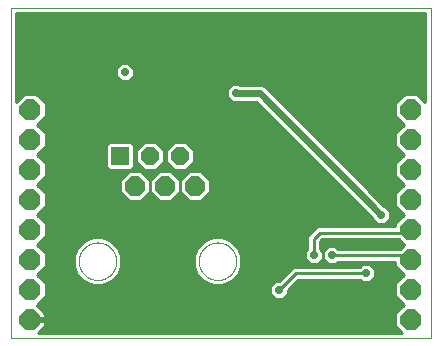
<source format=gbl>
G75*
%MOIN*%
%OFA0B0*%
%FSLAX25Y25*%
%IPPOS*%
%LPD*%
%AMOC8*
5,1,8,0,0,1.08239X$1,22.5*
%
%ADD10C,0.00000*%
%ADD11OC8,0.07000*%
%ADD12R,0.06000X0.06000*%
%ADD13OC8,0.06600*%
%ADD14OC8,0.06000*%
%ADD15C,0.01000*%
%ADD16OC8,0.02600*%
%ADD17C,0.02400*%
D10*
X0001500Y0005000D02*
X0001500Y0115000D01*
X0141500Y0115000D01*
X0141500Y0005000D01*
X0001500Y0005000D01*
X0024250Y0030500D02*
X0024252Y0030658D01*
X0024258Y0030815D01*
X0024268Y0030973D01*
X0024282Y0031130D01*
X0024300Y0031286D01*
X0024321Y0031443D01*
X0024347Y0031598D01*
X0024377Y0031753D01*
X0024410Y0031907D01*
X0024448Y0032060D01*
X0024489Y0032213D01*
X0024534Y0032364D01*
X0024583Y0032514D01*
X0024636Y0032662D01*
X0024692Y0032810D01*
X0024753Y0032955D01*
X0024816Y0033100D01*
X0024884Y0033242D01*
X0024955Y0033383D01*
X0025029Y0033522D01*
X0025107Y0033659D01*
X0025189Y0033794D01*
X0025273Y0033927D01*
X0025362Y0034058D01*
X0025453Y0034186D01*
X0025548Y0034313D01*
X0025645Y0034436D01*
X0025746Y0034558D01*
X0025850Y0034676D01*
X0025957Y0034792D01*
X0026067Y0034905D01*
X0026179Y0035016D01*
X0026295Y0035123D01*
X0026413Y0035228D01*
X0026533Y0035330D01*
X0026656Y0035428D01*
X0026782Y0035524D01*
X0026910Y0035616D01*
X0027040Y0035705D01*
X0027172Y0035791D01*
X0027307Y0035873D01*
X0027444Y0035952D01*
X0027582Y0036027D01*
X0027722Y0036099D01*
X0027865Y0036167D01*
X0028008Y0036232D01*
X0028154Y0036293D01*
X0028301Y0036350D01*
X0028449Y0036404D01*
X0028599Y0036454D01*
X0028749Y0036500D01*
X0028901Y0036542D01*
X0029054Y0036581D01*
X0029208Y0036615D01*
X0029363Y0036646D01*
X0029518Y0036672D01*
X0029674Y0036695D01*
X0029831Y0036714D01*
X0029988Y0036729D01*
X0030145Y0036740D01*
X0030303Y0036747D01*
X0030461Y0036750D01*
X0030618Y0036749D01*
X0030776Y0036744D01*
X0030933Y0036735D01*
X0031091Y0036722D01*
X0031247Y0036705D01*
X0031404Y0036684D01*
X0031559Y0036660D01*
X0031714Y0036631D01*
X0031869Y0036598D01*
X0032022Y0036562D01*
X0032175Y0036521D01*
X0032326Y0036477D01*
X0032476Y0036429D01*
X0032625Y0036378D01*
X0032773Y0036322D01*
X0032919Y0036263D01*
X0033064Y0036200D01*
X0033207Y0036133D01*
X0033348Y0036063D01*
X0033487Y0035990D01*
X0033625Y0035913D01*
X0033761Y0035832D01*
X0033894Y0035748D01*
X0034025Y0035661D01*
X0034154Y0035570D01*
X0034281Y0035476D01*
X0034406Y0035379D01*
X0034527Y0035279D01*
X0034647Y0035176D01*
X0034763Y0035070D01*
X0034877Y0034961D01*
X0034989Y0034849D01*
X0035097Y0034735D01*
X0035202Y0034617D01*
X0035305Y0034497D01*
X0035404Y0034375D01*
X0035500Y0034250D01*
X0035593Y0034122D01*
X0035683Y0033993D01*
X0035769Y0033861D01*
X0035853Y0033727D01*
X0035932Y0033591D01*
X0036009Y0033453D01*
X0036081Y0033313D01*
X0036150Y0033171D01*
X0036216Y0033028D01*
X0036278Y0032883D01*
X0036336Y0032736D01*
X0036391Y0032588D01*
X0036442Y0032439D01*
X0036489Y0032288D01*
X0036532Y0032137D01*
X0036571Y0031984D01*
X0036607Y0031830D01*
X0036638Y0031676D01*
X0036666Y0031521D01*
X0036690Y0031365D01*
X0036710Y0031208D01*
X0036726Y0031051D01*
X0036738Y0030894D01*
X0036746Y0030737D01*
X0036750Y0030579D01*
X0036750Y0030421D01*
X0036746Y0030263D01*
X0036738Y0030106D01*
X0036726Y0029949D01*
X0036710Y0029792D01*
X0036690Y0029635D01*
X0036666Y0029479D01*
X0036638Y0029324D01*
X0036607Y0029170D01*
X0036571Y0029016D01*
X0036532Y0028863D01*
X0036489Y0028712D01*
X0036442Y0028561D01*
X0036391Y0028412D01*
X0036336Y0028264D01*
X0036278Y0028117D01*
X0036216Y0027972D01*
X0036150Y0027829D01*
X0036081Y0027687D01*
X0036009Y0027547D01*
X0035932Y0027409D01*
X0035853Y0027273D01*
X0035769Y0027139D01*
X0035683Y0027007D01*
X0035593Y0026878D01*
X0035500Y0026750D01*
X0035404Y0026625D01*
X0035305Y0026503D01*
X0035202Y0026383D01*
X0035097Y0026265D01*
X0034989Y0026151D01*
X0034877Y0026039D01*
X0034763Y0025930D01*
X0034647Y0025824D01*
X0034527Y0025721D01*
X0034406Y0025621D01*
X0034281Y0025524D01*
X0034154Y0025430D01*
X0034025Y0025339D01*
X0033894Y0025252D01*
X0033761Y0025168D01*
X0033625Y0025087D01*
X0033487Y0025010D01*
X0033348Y0024937D01*
X0033207Y0024867D01*
X0033064Y0024800D01*
X0032919Y0024737D01*
X0032773Y0024678D01*
X0032625Y0024622D01*
X0032476Y0024571D01*
X0032326Y0024523D01*
X0032175Y0024479D01*
X0032022Y0024438D01*
X0031869Y0024402D01*
X0031714Y0024369D01*
X0031559Y0024340D01*
X0031404Y0024316D01*
X0031247Y0024295D01*
X0031091Y0024278D01*
X0030933Y0024265D01*
X0030776Y0024256D01*
X0030618Y0024251D01*
X0030461Y0024250D01*
X0030303Y0024253D01*
X0030145Y0024260D01*
X0029988Y0024271D01*
X0029831Y0024286D01*
X0029674Y0024305D01*
X0029518Y0024328D01*
X0029363Y0024354D01*
X0029208Y0024385D01*
X0029054Y0024419D01*
X0028901Y0024458D01*
X0028749Y0024500D01*
X0028599Y0024546D01*
X0028449Y0024596D01*
X0028301Y0024650D01*
X0028154Y0024707D01*
X0028008Y0024768D01*
X0027865Y0024833D01*
X0027722Y0024901D01*
X0027582Y0024973D01*
X0027444Y0025048D01*
X0027307Y0025127D01*
X0027172Y0025209D01*
X0027040Y0025295D01*
X0026910Y0025384D01*
X0026782Y0025476D01*
X0026656Y0025572D01*
X0026533Y0025670D01*
X0026413Y0025772D01*
X0026295Y0025877D01*
X0026179Y0025984D01*
X0026067Y0026095D01*
X0025957Y0026208D01*
X0025850Y0026324D01*
X0025746Y0026442D01*
X0025645Y0026564D01*
X0025548Y0026687D01*
X0025453Y0026814D01*
X0025362Y0026942D01*
X0025273Y0027073D01*
X0025189Y0027206D01*
X0025107Y0027341D01*
X0025029Y0027478D01*
X0024955Y0027617D01*
X0024884Y0027758D01*
X0024816Y0027900D01*
X0024753Y0028045D01*
X0024692Y0028190D01*
X0024636Y0028338D01*
X0024583Y0028486D01*
X0024534Y0028636D01*
X0024489Y0028787D01*
X0024448Y0028940D01*
X0024410Y0029093D01*
X0024377Y0029247D01*
X0024347Y0029402D01*
X0024321Y0029557D01*
X0024300Y0029714D01*
X0024282Y0029870D01*
X0024268Y0030027D01*
X0024258Y0030185D01*
X0024252Y0030342D01*
X0024250Y0030500D01*
X0064250Y0030500D02*
X0064252Y0030658D01*
X0064258Y0030815D01*
X0064268Y0030973D01*
X0064282Y0031130D01*
X0064300Y0031286D01*
X0064321Y0031443D01*
X0064347Y0031598D01*
X0064377Y0031753D01*
X0064410Y0031907D01*
X0064448Y0032060D01*
X0064489Y0032213D01*
X0064534Y0032364D01*
X0064583Y0032514D01*
X0064636Y0032662D01*
X0064692Y0032810D01*
X0064753Y0032955D01*
X0064816Y0033100D01*
X0064884Y0033242D01*
X0064955Y0033383D01*
X0065029Y0033522D01*
X0065107Y0033659D01*
X0065189Y0033794D01*
X0065273Y0033927D01*
X0065362Y0034058D01*
X0065453Y0034186D01*
X0065548Y0034313D01*
X0065645Y0034436D01*
X0065746Y0034558D01*
X0065850Y0034676D01*
X0065957Y0034792D01*
X0066067Y0034905D01*
X0066179Y0035016D01*
X0066295Y0035123D01*
X0066413Y0035228D01*
X0066533Y0035330D01*
X0066656Y0035428D01*
X0066782Y0035524D01*
X0066910Y0035616D01*
X0067040Y0035705D01*
X0067172Y0035791D01*
X0067307Y0035873D01*
X0067444Y0035952D01*
X0067582Y0036027D01*
X0067722Y0036099D01*
X0067865Y0036167D01*
X0068008Y0036232D01*
X0068154Y0036293D01*
X0068301Y0036350D01*
X0068449Y0036404D01*
X0068599Y0036454D01*
X0068749Y0036500D01*
X0068901Y0036542D01*
X0069054Y0036581D01*
X0069208Y0036615D01*
X0069363Y0036646D01*
X0069518Y0036672D01*
X0069674Y0036695D01*
X0069831Y0036714D01*
X0069988Y0036729D01*
X0070145Y0036740D01*
X0070303Y0036747D01*
X0070461Y0036750D01*
X0070618Y0036749D01*
X0070776Y0036744D01*
X0070933Y0036735D01*
X0071091Y0036722D01*
X0071247Y0036705D01*
X0071404Y0036684D01*
X0071559Y0036660D01*
X0071714Y0036631D01*
X0071869Y0036598D01*
X0072022Y0036562D01*
X0072175Y0036521D01*
X0072326Y0036477D01*
X0072476Y0036429D01*
X0072625Y0036378D01*
X0072773Y0036322D01*
X0072919Y0036263D01*
X0073064Y0036200D01*
X0073207Y0036133D01*
X0073348Y0036063D01*
X0073487Y0035990D01*
X0073625Y0035913D01*
X0073761Y0035832D01*
X0073894Y0035748D01*
X0074025Y0035661D01*
X0074154Y0035570D01*
X0074281Y0035476D01*
X0074406Y0035379D01*
X0074527Y0035279D01*
X0074647Y0035176D01*
X0074763Y0035070D01*
X0074877Y0034961D01*
X0074989Y0034849D01*
X0075097Y0034735D01*
X0075202Y0034617D01*
X0075305Y0034497D01*
X0075404Y0034375D01*
X0075500Y0034250D01*
X0075593Y0034122D01*
X0075683Y0033993D01*
X0075769Y0033861D01*
X0075853Y0033727D01*
X0075932Y0033591D01*
X0076009Y0033453D01*
X0076081Y0033313D01*
X0076150Y0033171D01*
X0076216Y0033028D01*
X0076278Y0032883D01*
X0076336Y0032736D01*
X0076391Y0032588D01*
X0076442Y0032439D01*
X0076489Y0032288D01*
X0076532Y0032137D01*
X0076571Y0031984D01*
X0076607Y0031830D01*
X0076638Y0031676D01*
X0076666Y0031521D01*
X0076690Y0031365D01*
X0076710Y0031208D01*
X0076726Y0031051D01*
X0076738Y0030894D01*
X0076746Y0030737D01*
X0076750Y0030579D01*
X0076750Y0030421D01*
X0076746Y0030263D01*
X0076738Y0030106D01*
X0076726Y0029949D01*
X0076710Y0029792D01*
X0076690Y0029635D01*
X0076666Y0029479D01*
X0076638Y0029324D01*
X0076607Y0029170D01*
X0076571Y0029016D01*
X0076532Y0028863D01*
X0076489Y0028712D01*
X0076442Y0028561D01*
X0076391Y0028412D01*
X0076336Y0028264D01*
X0076278Y0028117D01*
X0076216Y0027972D01*
X0076150Y0027829D01*
X0076081Y0027687D01*
X0076009Y0027547D01*
X0075932Y0027409D01*
X0075853Y0027273D01*
X0075769Y0027139D01*
X0075683Y0027007D01*
X0075593Y0026878D01*
X0075500Y0026750D01*
X0075404Y0026625D01*
X0075305Y0026503D01*
X0075202Y0026383D01*
X0075097Y0026265D01*
X0074989Y0026151D01*
X0074877Y0026039D01*
X0074763Y0025930D01*
X0074647Y0025824D01*
X0074527Y0025721D01*
X0074406Y0025621D01*
X0074281Y0025524D01*
X0074154Y0025430D01*
X0074025Y0025339D01*
X0073894Y0025252D01*
X0073761Y0025168D01*
X0073625Y0025087D01*
X0073487Y0025010D01*
X0073348Y0024937D01*
X0073207Y0024867D01*
X0073064Y0024800D01*
X0072919Y0024737D01*
X0072773Y0024678D01*
X0072625Y0024622D01*
X0072476Y0024571D01*
X0072326Y0024523D01*
X0072175Y0024479D01*
X0072022Y0024438D01*
X0071869Y0024402D01*
X0071714Y0024369D01*
X0071559Y0024340D01*
X0071404Y0024316D01*
X0071247Y0024295D01*
X0071091Y0024278D01*
X0070933Y0024265D01*
X0070776Y0024256D01*
X0070618Y0024251D01*
X0070461Y0024250D01*
X0070303Y0024253D01*
X0070145Y0024260D01*
X0069988Y0024271D01*
X0069831Y0024286D01*
X0069674Y0024305D01*
X0069518Y0024328D01*
X0069363Y0024354D01*
X0069208Y0024385D01*
X0069054Y0024419D01*
X0068901Y0024458D01*
X0068749Y0024500D01*
X0068599Y0024546D01*
X0068449Y0024596D01*
X0068301Y0024650D01*
X0068154Y0024707D01*
X0068008Y0024768D01*
X0067865Y0024833D01*
X0067722Y0024901D01*
X0067582Y0024973D01*
X0067444Y0025048D01*
X0067307Y0025127D01*
X0067172Y0025209D01*
X0067040Y0025295D01*
X0066910Y0025384D01*
X0066782Y0025476D01*
X0066656Y0025572D01*
X0066533Y0025670D01*
X0066413Y0025772D01*
X0066295Y0025877D01*
X0066179Y0025984D01*
X0066067Y0026095D01*
X0065957Y0026208D01*
X0065850Y0026324D01*
X0065746Y0026442D01*
X0065645Y0026564D01*
X0065548Y0026687D01*
X0065453Y0026814D01*
X0065362Y0026942D01*
X0065273Y0027073D01*
X0065189Y0027206D01*
X0065107Y0027341D01*
X0065029Y0027478D01*
X0064955Y0027617D01*
X0064884Y0027758D01*
X0064816Y0027900D01*
X0064753Y0028045D01*
X0064692Y0028190D01*
X0064636Y0028338D01*
X0064583Y0028486D01*
X0064534Y0028636D01*
X0064489Y0028787D01*
X0064448Y0028940D01*
X0064410Y0029093D01*
X0064377Y0029247D01*
X0064347Y0029402D01*
X0064321Y0029557D01*
X0064300Y0029714D01*
X0064282Y0029870D01*
X0064268Y0030027D01*
X0064258Y0030185D01*
X0064252Y0030342D01*
X0064250Y0030500D01*
D11*
X0008000Y0031000D03*
X0008000Y0041000D03*
X0008000Y0051000D03*
X0008000Y0061000D03*
X0008000Y0071000D03*
X0008000Y0081000D03*
X0008000Y0021000D03*
X0008000Y0011000D03*
X0135000Y0011000D03*
X0135000Y0021000D03*
X0135000Y0031000D03*
X0135000Y0041000D03*
X0135000Y0051000D03*
X0135000Y0061000D03*
X0135000Y0071000D03*
X0135000Y0081000D03*
D12*
X0038000Y0065500D03*
D13*
X0043000Y0055500D03*
X0053000Y0055500D03*
X0063000Y0055500D03*
D14*
X0058000Y0065500D03*
X0048000Y0065500D03*
D15*
X0051242Y0068905D02*
X0054758Y0068905D01*
X0055756Y0069903D02*
X0050244Y0069903D01*
X0049947Y0070200D02*
X0046053Y0070200D01*
X0043300Y0067447D01*
X0043300Y0063553D01*
X0046053Y0060800D01*
X0049947Y0060800D01*
X0052700Y0063553D01*
X0052700Y0067447D01*
X0049947Y0070200D01*
X0052241Y0067906D02*
X0053759Y0067906D01*
X0053300Y0067447D02*
X0053300Y0063553D01*
X0056053Y0060800D01*
X0059947Y0060800D01*
X0062700Y0063553D01*
X0062700Y0067447D01*
X0059947Y0070200D01*
X0056053Y0070200D01*
X0053300Y0067447D01*
X0053300Y0066908D02*
X0052700Y0066908D01*
X0052700Y0065909D02*
X0053300Y0065909D01*
X0053300Y0064911D02*
X0052700Y0064911D01*
X0052700Y0063912D02*
X0053300Y0063912D01*
X0053940Y0062914D02*
X0052060Y0062914D01*
X0051062Y0061915D02*
X0054938Y0061915D01*
X0055937Y0060917D02*
X0050063Y0060917D01*
X0050929Y0060500D02*
X0048000Y0057571D01*
X0048000Y0053429D01*
X0050929Y0050500D01*
X0055071Y0050500D01*
X0058000Y0053429D01*
X0060929Y0050500D01*
X0065071Y0050500D01*
X0068000Y0053429D01*
X0068000Y0057571D01*
X0065071Y0060500D01*
X0060929Y0060500D01*
X0058000Y0057571D01*
X0058000Y0053429D01*
X0058000Y0057571D01*
X0055071Y0060500D01*
X0050929Y0060500D01*
X0050347Y0059918D02*
X0045653Y0059918D01*
X0045071Y0060500D02*
X0040929Y0060500D01*
X0038000Y0057571D01*
X0038000Y0053429D01*
X0040929Y0050500D01*
X0045071Y0050500D01*
X0048000Y0053429D01*
X0048000Y0057571D01*
X0045071Y0060500D01*
X0045937Y0060917D02*
X0041821Y0060917D01*
X0041704Y0060800D02*
X0042700Y0061796D01*
X0042700Y0069204D01*
X0041704Y0070200D01*
X0034296Y0070200D01*
X0033300Y0069204D01*
X0033300Y0061796D01*
X0034296Y0060800D01*
X0041704Y0060800D01*
X0042700Y0061915D02*
X0044938Y0061915D01*
X0043940Y0062914D02*
X0042700Y0062914D01*
X0042700Y0063912D02*
X0043300Y0063912D01*
X0043300Y0064911D02*
X0042700Y0064911D01*
X0042700Y0065909D02*
X0043300Y0065909D01*
X0043300Y0066908D02*
X0042700Y0066908D01*
X0042700Y0067906D02*
X0043759Y0067906D01*
X0044758Y0068905D02*
X0042700Y0068905D01*
X0042001Y0069903D02*
X0045756Y0069903D01*
X0040347Y0059918D02*
X0013200Y0059918D01*
X0013200Y0058920D02*
X0039349Y0058920D01*
X0038350Y0057921D02*
X0012275Y0057921D01*
X0013200Y0058846D02*
X0010354Y0056000D01*
X0013200Y0053154D01*
X0013200Y0048846D01*
X0010354Y0046000D01*
X0013200Y0043154D01*
X0013200Y0038846D01*
X0010354Y0036000D01*
X0013200Y0033154D01*
X0013200Y0028846D01*
X0010354Y0026000D01*
X0013200Y0023154D01*
X0013200Y0018846D01*
X0010212Y0015859D01*
X0013000Y0013071D01*
X0013000Y0011500D01*
X0008500Y0011500D01*
X0008500Y0010500D01*
X0013000Y0010500D01*
X0013000Y0008929D01*
X0010771Y0006700D01*
X0131946Y0006700D01*
X0129800Y0008846D01*
X0129800Y0013154D01*
X0132646Y0016000D01*
X0129800Y0018846D01*
X0129800Y0023154D01*
X0132646Y0026000D01*
X0129800Y0028846D01*
X0129800Y0030300D01*
X0110543Y0030300D01*
X0109743Y0029500D01*
X0107257Y0029500D01*
X0105500Y0031257D01*
X0103743Y0029500D01*
X0101257Y0029500D01*
X0099500Y0031257D01*
X0099500Y0033743D01*
X0100300Y0034543D01*
X0100300Y0038911D01*
X0102300Y0040911D01*
X0103589Y0042200D01*
X0129800Y0042200D01*
X0129800Y0043154D01*
X0132646Y0046000D01*
X0129800Y0048846D01*
X0129800Y0053154D01*
X0132646Y0056000D01*
X0129800Y0058846D01*
X0129800Y0063154D01*
X0132646Y0066000D01*
X0129800Y0068846D01*
X0129800Y0073154D01*
X0132646Y0076000D01*
X0129800Y0078846D01*
X0129800Y0083154D01*
X0132846Y0086200D01*
X0137154Y0086200D01*
X0139800Y0083554D01*
X0139800Y0113300D01*
X0003200Y0113300D01*
X0003200Y0083554D01*
X0005846Y0086200D01*
X0010154Y0086200D01*
X0013200Y0083154D01*
X0013200Y0078846D01*
X0010354Y0076000D01*
X0013200Y0073154D01*
X0013200Y0068846D01*
X0010354Y0066000D01*
X0013200Y0063154D01*
X0013200Y0058846D01*
X0013200Y0060917D02*
X0034179Y0060917D01*
X0033300Y0061915D02*
X0013200Y0061915D01*
X0013200Y0062914D02*
X0033300Y0062914D01*
X0033300Y0063912D02*
X0012442Y0063912D01*
X0011443Y0064911D02*
X0033300Y0064911D01*
X0033300Y0065909D02*
X0010445Y0065909D01*
X0011262Y0066908D02*
X0033300Y0066908D01*
X0033300Y0067906D02*
X0012260Y0067906D01*
X0013200Y0068905D02*
X0033300Y0068905D01*
X0033999Y0069903D02*
X0013200Y0069903D01*
X0013200Y0070902D02*
X0095997Y0070902D01*
X0094999Y0071900D02*
X0013200Y0071900D01*
X0013200Y0072899D02*
X0094000Y0072899D01*
X0093001Y0073897D02*
X0012457Y0073897D01*
X0011458Y0074896D02*
X0092003Y0074896D01*
X0091004Y0075894D02*
X0010460Y0075894D01*
X0011247Y0076893D02*
X0090006Y0076893D01*
X0089007Y0077891D02*
X0012245Y0077891D01*
X0013200Y0078890D02*
X0088009Y0078890D01*
X0087010Y0079888D02*
X0013200Y0079888D01*
X0013200Y0080887D02*
X0086012Y0080887D01*
X0085013Y0081885D02*
X0013200Y0081885D01*
X0013200Y0082884D02*
X0084015Y0082884D01*
X0083299Y0083600D02*
X0122000Y0044899D01*
X0122000Y0044757D01*
X0123757Y0043000D01*
X0126243Y0043000D01*
X0128000Y0044757D01*
X0128000Y0047243D01*
X0126243Y0049000D01*
X0126101Y0049000D01*
X0086958Y0088143D01*
X0086143Y0088958D01*
X0085077Y0089400D01*
X0077843Y0089400D01*
X0077743Y0089500D01*
X0075257Y0089500D01*
X0073500Y0087743D01*
X0073500Y0085257D01*
X0075257Y0083500D01*
X0077743Y0083500D01*
X0077843Y0083600D01*
X0083299Y0083600D01*
X0087225Y0087876D02*
X0139800Y0087876D01*
X0139800Y0086878D02*
X0088223Y0086878D01*
X0089222Y0085879D02*
X0132526Y0085879D01*
X0131527Y0084881D02*
X0090220Y0084881D01*
X0091219Y0083882D02*
X0130528Y0083882D01*
X0129800Y0082884D02*
X0092217Y0082884D01*
X0093216Y0081885D02*
X0129800Y0081885D01*
X0129800Y0080887D02*
X0094214Y0080887D01*
X0095213Y0079888D02*
X0129800Y0079888D01*
X0129800Y0078890D02*
X0096211Y0078890D01*
X0097210Y0077891D02*
X0130755Y0077891D01*
X0131753Y0076893D02*
X0098208Y0076893D01*
X0099207Y0075894D02*
X0132540Y0075894D01*
X0131542Y0074896D02*
X0100205Y0074896D01*
X0101204Y0073897D02*
X0130543Y0073897D01*
X0129800Y0072899D02*
X0102202Y0072899D01*
X0103201Y0071900D02*
X0129800Y0071900D01*
X0129800Y0070902D02*
X0104199Y0070902D01*
X0105198Y0069903D02*
X0129800Y0069903D01*
X0129800Y0068905D02*
X0106196Y0068905D01*
X0107195Y0067906D02*
X0130740Y0067906D01*
X0131738Y0066908D02*
X0108194Y0066908D01*
X0109192Y0065909D02*
X0132555Y0065909D01*
X0131557Y0064911D02*
X0110191Y0064911D01*
X0111189Y0063912D02*
X0130558Y0063912D01*
X0129800Y0062914D02*
X0112188Y0062914D01*
X0113186Y0061915D02*
X0129800Y0061915D01*
X0129800Y0060917D02*
X0114185Y0060917D01*
X0115183Y0059918D02*
X0129800Y0059918D01*
X0129800Y0058920D02*
X0116182Y0058920D01*
X0117180Y0057921D02*
X0130725Y0057921D01*
X0131723Y0056923D02*
X0118179Y0056923D01*
X0119177Y0055924D02*
X0132570Y0055924D01*
X0131572Y0054926D02*
X0120176Y0054926D01*
X0121174Y0053927D02*
X0130573Y0053927D01*
X0129800Y0052929D02*
X0122173Y0052929D01*
X0123171Y0051930D02*
X0129800Y0051930D01*
X0129800Y0050932D02*
X0124170Y0050932D01*
X0125168Y0049933D02*
X0129800Y0049933D01*
X0129800Y0048934D02*
X0126308Y0048934D01*
X0127307Y0047936D02*
X0130710Y0047936D01*
X0131709Y0046937D02*
X0128000Y0046937D01*
X0128000Y0045939D02*
X0132585Y0045939D01*
X0131587Y0044940D02*
X0128000Y0044940D01*
X0127185Y0043942D02*
X0130588Y0043942D01*
X0129800Y0042943D02*
X0013200Y0042943D01*
X0013200Y0041945D02*
X0103334Y0041945D01*
X0102335Y0040946D02*
X0013200Y0040946D01*
X0013200Y0039948D02*
X0101337Y0039948D01*
X0100338Y0038949D02*
X0013200Y0038949D01*
X0012305Y0037951D02*
X0027714Y0037951D01*
X0028919Y0038450D02*
X0025997Y0037240D01*
X0023760Y0035003D01*
X0022550Y0032081D01*
X0022550Y0028919D01*
X0023760Y0025997D01*
X0025997Y0023760D01*
X0028919Y0022550D01*
X0032081Y0022550D01*
X0035003Y0023760D01*
X0037240Y0025997D01*
X0038450Y0028919D01*
X0038450Y0032081D01*
X0037240Y0035003D01*
X0035003Y0037240D01*
X0032081Y0038450D01*
X0028919Y0038450D01*
X0025709Y0036952D02*
X0011306Y0036952D01*
X0010400Y0035954D02*
X0024711Y0035954D01*
X0023740Y0034955D02*
X0011399Y0034955D01*
X0012397Y0033957D02*
X0023327Y0033957D01*
X0022913Y0032958D02*
X0013200Y0032958D01*
X0013200Y0031960D02*
X0022550Y0031960D01*
X0022550Y0030961D02*
X0013200Y0030961D01*
X0013200Y0029963D02*
X0022550Y0029963D01*
X0022550Y0028964D02*
X0013200Y0028964D01*
X0012320Y0027966D02*
X0022945Y0027966D01*
X0023358Y0026967D02*
X0011321Y0026967D01*
X0010385Y0025969D02*
X0023788Y0025969D01*
X0024787Y0024970D02*
X0011384Y0024970D01*
X0012382Y0023972D02*
X0025785Y0023972D01*
X0027897Y0022973D02*
X0013200Y0022973D01*
X0013200Y0021975D02*
X0088000Y0021975D01*
X0088000Y0022243D02*
X0088000Y0019757D01*
X0089757Y0018000D01*
X0092243Y0018000D01*
X0094000Y0019757D01*
X0094000Y0020889D01*
X0097411Y0024300D01*
X0117957Y0024300D01*
X0118757Y0023500D01*
X0121243Y0023500D01*
X0123000Y0025257D01*
X0123000Y0027743D01*
X0121243Y0029500D01*
X0118757Y0029500D01*
X0117957Y0028700D01*
X0095589Y0028700D01*
X0090889Y0024000D01*
X0089757Y0024000D01*
X0088000Y0022243D01*
X0088731Y0022973D02*
X0073103Y0022973D01*
X0072081Y0022550D02*
X0075003Y0023760D01*
X0077240Y0025997D01*
X0078450Y0028919D01*
X0078450Y0032081D01*
X0077240Y0035003D01*
X0075003Y0037240D01*
X0072081Y0038450D01*
X0068919Y0038450D01*
X0065997Y0037240D01*
X0063760Y0035003D01*
X0062550Y0032081D01*
X0062550Y0028919D01*
X0063760Y0025997D01*
X0065997Y0023760D01*
X0068919Y0022550D01*
X0072081Y0022550D01*
X0075215Y0023972D02*
X0089729Y0023972D01*
X0091859Y0024970D02*
X0076213Y0024970D01*
X0077212Y0025969D02*
X0092857Y0025969D01*
X0093856Y0026967D02*
X0077642Y0026967D01*
X0078055Y0027966D02*
X0094854Y0027966D01*
X0096500Y0026500D02*
X0091000Y0021000D01*
X0093222Y0018979D02*
X0129800Y0018979D01*
X0129800Y0019978D02*
X0094000Y0019978D01*
X0094087Y0020976D02*
X0129800Y0020976D01*
X0129800Y0021975D02*
X0095086Y0021975D01*
X0096084Y0022973D02*
X0129800Y0022973D01*
X0130618Y0023972D02*
X0121714Y0023972D01*
X0122713Y0024970D02*
X0131616Y0024970D01*
X0132615Y0025969D02*
X0123000Y0025969D01*
X0123000Y0026967D02*
X0131679Y0026967D01*
X0130680Y0027966D02*
X0122777Y0027966D01*
X0121778Y0028964D02*
X0129800Y0028964D01*
X0129800Y0029963D02*
X0110205Y0029963D01*
X0108500Y0032500D02*
X0133500Y0032500D01*
X0135000Y0031000D01*
X0131346Y0034700D02*
X0132646Y0036000D01*
X0130846Y0037800D01*
X0105411Y0037800D01*
X0104700Y0037089D01*
X0104700Y0034543D01*
X0105500Y0033743D01*
X0105500Y0031257D01*
X0105500Y0033743D01*
X0107257Y0035500D01*
X0109743Y0035500D01*
X0110543Y0034700D01*
X0131346Y0034700D01*
X0131601Y0034955D02*
X0110287Y0034955D01*
X0106713Y0034955D02*
X0104700Y0034955D01*
X0104700Y0035954D02*
X0132600Y0035954D01*
X0131694Y0036952D02*
X0104700Y0036952D01*
X0102500Y0038000D02*
X0104500Y0040000D01*
X0134000Y0040000D01*
X0135000Y0041000D01*
X0122815Y0043942D02*
X0012412Y0043942D01*
X0011413Y0044940D02*
X0121958Y0044940D01*
X0120960Y0045939D02*
X0010415Y0045939D01*
X0011291Y0046937D02*
X0119961Y0046937D01*
X0118963Y0047936D02*
X0012290Y0047936D01*
X0013200Y0048934D02*
X0117964Y0048934D01*
X0116966Y0049933D02*
X0013200Y0049933D01*
X0013200Y0050932D02*
X0040497Y0050932D01*
X0039499Y0051930D02*
X0013200Y0051930D01*
X0013200Y0052929D02*
X0038500Y0052929D01*
X0038000Y0053927D02*
X0012427Y0053927D01*
X0011428Y0054926D02*
X0038000Y0054926D01*
X0038000Y0055924D02*
X0010430Y0055924D01*
X0011276Y0056923D02*
X0038000Y0056923D01*
X0046651Y0058920D02*
X0049349Y0058920D01*
X0048350Y0057921D02*
X0047650Y0057921D01*
X0048000Y0056923D02*
X0048000Y0056923D01*
X0048000Y0055924D02*
X0048000Y0055924D01*
X0048000Y0054926D02*
X0048000Y0054926D01*
X0048000Y0053927D02*
X0048000Y0053927D01*
X0047500Y0052929D02*
X0048500Y0052929D01*
X0049499Y0051930D02*
X0046501Y0051930D01*
X0045503Y0050932D02*
X0050497Y0050932D01*
X0055503Y0050932D02*
X0060497Y0050932D01*
X0059499Y0051930D02*
X0056501Y0051930D01*
X0057500Y0052929D02*
X0058500Y0052929D01*
X0058000Y0053927D02*
X0058000Y0053927D01*
X0058000Y0054926D02*
X0058000Y0054926D01*
X0058000Y0055924D02*
X0058000Y0055924D01*
X0058000Y0056923D02*
X0058000Y0056923D01*
X0057650Y0057921D02*
X0058350Y0057921D01*
X0059349Y0058920D02*
X0056651Y0058920D01*
X0055653Y0059918D02*
X0060347Y0059918D01*
X0060063Y0060917D02*
X0105982Y0060917D01*
X0104984Y0061915D02*
X0061062Y0061915D01*
X0062060Y0062914D02*
X0103985Y0062914D01*
X0102987Y0063912D02*
X0062700Y0063912D01*
X0062700Y0064911D02*
X0101988Y0064911D01*
X0100990Y0065909D02*
X0062700Y0065909D01*
X0062700Y0066908D02*
X0099991Y0066908D01*
X0098993Y0067906D02*
X0062241Y0067906D01*
X0061242Y0068905D02*
X0097994Y0068905D01*
X0096996Y0069903D02*
X0060244Y0069903D01*
X0065653Y0059918D02*
X0106981Y0059918D01*
X0107979Y0058920D02*
X0066651Y0058920D01*
X0067650Y0057921D02*
X0108978Y0057921D01*
X0109976Y0056923D02*
X0068000Y0056923D01*
X0068000Y0055924D02*
X0110975Y0055924D01*
X0111973Y0054926D02*
X0068000Y0054926D01*
X0068000Y0053927D02*
X0112972Y0053927D01*
X0113970Y0052929D02*
X0067500Y0052929D01*
X0066501Y0051930D02*
X0114969Y0051930D01*
X0115967Y0050932D02*
X0065503Y0050932D01*
X0067714Y0037951D02*
X0033286Y0037951D01*
X0035291Y0036952D02*
X0065709Y0036952D01*
X0064711Y0035954D02*
X0036289Y0035954D01*
X0037260Y0034955D02*
X0063740Y0034955D01*
X0063327Y0033957D02*
X0037673Y0033957D01*
X0038087Y0032958D02*
X0062913Y0032958D01*
X0062550Y0031960D02*
X0038450Y0031960D01*
X0038450Y0030961D02*
X0062550Y0030961D01*
X0062550Y0029963D02*
X0038450Y0029963D01*
X0038450Y0028964D02*
X0062550Y0028964D01*
X0062945Y0027966D02*
X0038055Y0027966D01*
X0037642Y0026967D02*
X0063358Y0026967D01*
X0063788Y0025969D02*
X0037212Y0025969D01*
X0036213Y0024970D02*
X0064787Y0024970D01*
X0065785Y0023972D02*
X0035215Y0023972D01*
X0033103Y0022973D02*
X0067897Y0022973D01*
X0078450Y0028964D02*
X0118222Y0028964D01*
X0120000Y0026500D02*
X0096500Y0026500D01*
X0097083Y0023972D02*
X0118286Y0023972D01*
X0106795Y0029963D02*
X0104205Y0029963D01*
X0105204Y0030961D02*
X0105796Y0030961D01*
X0105500Y0031960D02*
X0105500Y0031960D01*
X0105500Y0032958D02*
X0105500Y0032958D01*
X0105286Y0033957D02*
X0105714Y0033957D01*
X0102500Y0032500D02*
X0102500Y0038000D01*
X0100300Y0037951D02*
X0073286Y0037951D01*
X0075291Y0036952D02*
X0100300Y0036952D01*
X0100300Y0035954D02*
X0076289Y0035954D01*
X0077260Y0034955D02*
X0100300Y0034955D01*
X0099714Y0033957D02*
X0077673Y0033957D01*
X0078087Y0032958D02*
X0099500Y0032958D01*
X0099500Y0031960D02*
X0078450Y0031960D01*
X0078450Y0030961D02*
X0099796Y0030961D01*
X0100795Y0029963D02*
X0078450Y0029963D01*
X0088000Y0020976D02*
X0013200Y0020976D01*
X0013200Y0019978D02*
X0088000Y0019978D01*
X0088778Y0018979D02*
X0013200Y0018979D01*
X0012335Y0017981D02*
X0130665Y0017981D01*
X0131664Y0016982D02*
X0011336Y0016982D01*
X0010338Y0015984D02*
X0132630Y0015984D01*
X0131631Y0014985D02*
X0011086Y0014985D01*
X0012084Y0013987D02*
X0130633Y0013987D01*
X0129800Y0012988D02*
X0013000Y0012988D01*
X0013000Y0011990D02*
X0129800Y0011990D01*
X0129800Y0010991D02*
X0008500Y0010991D01*
X0013000Y0009993D02*
X0129800Y0009993D01*
X0129800Y0008994D02*
X0013000Y0008994D01*
X0012067Y0007996D02*
X0130651Y0007996D01*
X0131649Y0006997D02*
X0011068Y0006997D01*
X0012471Y0083882D02*
X0074875Y0083882D01*
X0073876Y0084881D02*
X0011473Y0084881D01*
X0010474Y0085879D02*
X0073500Y0085879D01*
X0073500Y0086878D02*
X0003200Y0086878D01*
X0003200Y0087876D02*
X0073634Y0087876D01*
X0074632Y0088875D02*
X0003200Y0088875D01*
X0003200Y0089873D02*
X0139800Y0089873D01*
X0139800Y0088875D02*
X0086226Y0088875D01*
X0042500Y0092257D02*
X0040743Y0090500D01*
X0038257Y0090500D01*
X0036500Y0092257D01*
X0036500Y0094743D01*
X0038257Y0096500D01*
X0040743Y0096500D01*
X0042500Y0094743D01*
X0042500Y0092257D01*
X0042113Y0091870D02*
X0139800Y0091870D01*
X0139800Y0090872D02*
X0041115Y0090872D01*
X0042500Y0092869D02*
X0139800Y0092869D01*
X0139800Y0093868D02*
X0042500Y0093868D01*
X0042377Y0094866D02*
X0139800Y0094866D01*
X0139800Y0095865D02*
X0041378Y0095865D01*
X0037622Y0095865D02*
X0003200Y0095865D01*
X0003200Y0096863D02*
X0139800Y0096863D01*
X0139800Y0097862D02*
X0003200Y0097862D01*
X0003200Y0098860D02*
X0139800Y0098860D01*
X0139800Y0099859D02*
X0003200Y0099859D01*
X0003200Y0100857D02*
X0139800Y0100857D01*
X0139800Y0101856D02*
X0003200Y0101856D01*
X0003200Y0102854D02*
X0139800Y0102854D01*
X0139800Y0103853D02*
X0003200Y0103853D01*
X0003200Y0104851D02*
X0139800Y0104851D01*
X0139800Y0105850D02*
X0003200Y0105850D01*
X0003200Y0106848D02*
X0139800Y0106848D01*
X0139800Y0107847D02*
X0003200Y0107847D01*
X0003200Y0108845D02*
X0139800Y0108845D01*
X0139800Y0109844D02*
X0003200Y0109844D01*
X0003200Y0110842D02*
X0139800Y0110842D01*
X0139800Y0111841D02*
X0003200Y0111841D01*
X0003200Y0112839D02*
X0139800Y0112839D01*
X0139800Y0085879D02*
X0137474Y0085879D01*
X0138473Y0084881D02*
X0139800Y0084881D01*
X0139800Y0083882D02*
X0139471Y0083882D01*
X0037885Y0090872D02*
X0003200Y0090872D01*
X0003200Y0091870D02*
X0036887Y0091870D01*
X0036500Y0092869D02*
X0003200Y0092869D01*
X0003200Y0093868D02*
X0036500Y0093868D01*
X0036623Y0094866D02*
X0003200Y0094866D01*
X0003200Y0085879D02*
X0005526Y0085879D01*
X0004527Y0084881D02*
X0003200Y0084881D01*
X0003200Y0083882D02*
X0003529Y0083882D01*
D16*
X0036500Y0088000D03*
X0039500Y0093500D03*
X0076500Y0086500D03*
X0080500Y0073500D03*
X0093500Y0100500D03*
X0129000Y0056000D03*
X0125000Y0046000D03*
X0115500Y0036250D03*
X0108500Y0032500D03*
X0102500Y0032500D03*
X0097500Y0037000D03*
X0091000Y0021000D03*
X0090000Y0013500D03*
X0117000Y0020000D03*
X0120000Y0026500D03*
D17*
X0125000Y0046000D02*
X0084500Y0086500D01*
X0076500Y0086500D01*
M02*

</source>
